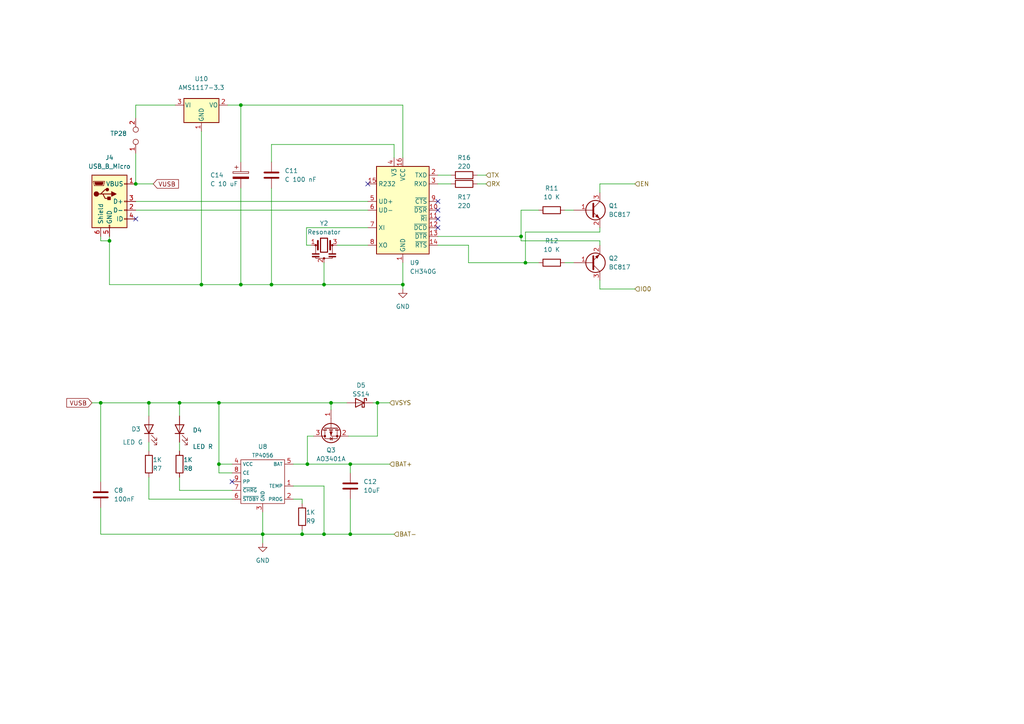
<source format=kicad_sch>
(kicad_sch (version 20230121) (generator eeschema)
  (paper "A4")
  (lib_symbols
    (symbol "Connector:TestPoint_2Pole" (pin_names (offset 0.762) hide)
      (property "Reference" "TP" (at 0 1.524 0))
      (property "Value" "TestPoint_2Pole" (at 0 -1.778 0))
      (symbol "TestPoint_2Pole_0_1"
        (circle (center -1.778 0) (radius 0.762))
        (circle (center 1.778 0) (radius 0.762))
        (pin passive line (at -5.08 0 0) (length 2.54) (name "1") (number "1"))
        (pin passive line (at 5.08 0 180) (length 2.54) (name "2") (number "2"))
      )
    )
    (symbol "Connector:USB_B_Micro" (pin_names (offset 1.016))
      (property "Reference" "J" (at -5.08 11.43 0))
      (property "Value" "USB_B_Micro" (at -5.08 8.89 0))
      (symbol "USB_B_Micro_0_1"
        (rectangle (start -5.08 -7.62) (end 5.08 7.62) (stroke (width 0.254)) (fill (type background)))
        (circle (center -3.81 2.159) (radius 0.635) (stroke (width 0.254)) (fill (type outline)))
        (circle (center -0.635 3.429) (radius 0.381) (stroke (width 0.254)) (fill (type outline)))
        (rectangle (start -0.127 -7.62) (end 0.127 -6.858))
        (polyline (pts (xy -1.905 2.159) (xy 0.635 2.159)) (stroke (width 0.254)))
        (polyline (pts (xy -3.175 2.159) (xy -2.54 2.159) (xy -1.27 3.429) (xy -0.635 3.429)) (stroke (width 0.254)))
        (polyline (pts (xy -2.54 2.159) (xy -1.905 2.159) (xy -1.27 0.889) (xy 0 0.889)) (stroke (width 0.254)))
        (polyline (pts (xy 0.635 2.794) (xy 0.635 1.524) (xy 1.905 2.159) (xy 0.635 2.794)) (stroke (width 0.254)) (fill (type outline)))
        (polyline (pts (xy -4.318 5.588) (xy -1.778 5.588) (xy -2.032 4.826) (xy -4.064 4.826) (xy -4.318 5.588)) (fill (type outline)))
        (polyline (pts (xy -4.699 5.842) (xy -4.699 5.588) (xy -4.445 4.826) (xy -4.445 4.572) (xy -1.651 4.572) (xy -1.651 4.826) (xy -1.397 5.588) (xy -1.397 5.842) (xy -4.699 5.842)))
        (rectangle (start 0.254 1.27) (end -0.508 0.508) (stroke (width 0.254)) (fill (type outline)))
        (rectangle (start 5.08 -5.207) (end 4.318 -4.953))
        (rectangle (start 5.08 -2.667) (end 4.318 -2.413))
        (rectangle (start 5.08 -0.127) (end 4.318 0.127))
        (rectangle (start 5.08 4.953) (end 4.318 5.207))
      )
      (symbol "USB_B_Micro_1_1"
        (pin power_out line (at 7.62 5.08 180) (length 2.54) (name "VBUS") (number "1"))
        (pin bidirectional line (at 7.62 -2.54 180) (length 2.54) (name "D-") (number "2"))
        (pin bidirectional line (at 7.62 0 180) (length 2.54) (name "D+") (number "3"))
        (pin passive line (at 7.62 -5.08 180) (length 2.54) (name "ID") (number "4"))
        (pin power_out line (at 0 -10.16 90) (length 2.54) (name "GND") (number "5"))
        (pin passive line (at -2.54 -10.16 90) (length 2.54) (name "Shield") (number "6"))
      )
    )
    (symbol "Device:C" (pin_numbers hide) (pin_names (offset 0.254))
      (property "Reference" "C" (at 0.635 2.54 0))
      (property "Value" "C" (at 0.635 -2.54 0))
      (symbol "C_0_1"
        (polyline (pts (xy -2.032 -0.762) (xy 2.032 -0.762)) (stroke (width 0.508)))
        (polyline (pts (xy -2.032 0.762) (xy 2.032 0.762)) (stroke (width 0.508)))
      )
      (symbol "C_1_1"
        (pin passive line (at 0 3.81 270) (length 2.794) (name "~") (number "1"))
        (pin passive line (at 0 -3.81 90) (length 2.794) (name "~") (number "2"))
      )
    )
    (symbol "Device:C_Polarized" (pin_numbers hide) (pin_names (offset 0.254))
      (property "Reference" "C" (at 0.635 2.54 0))
      (property "Value" "C_Polarized" (at 0.635 -2.54 0))
      (symbol "C_Polarized_0_1"
        (rectangle (start -2.286 0.508) (end 2.286 1.016))
        (polyline (pts (xy -1.778 2.286) (xy -0.762 2.286)))
        (polyline (pts (xy -1.27 2.794) (xy -1.27 1.778)))
        (rectangle (start 2.286 -0.508) (end -2.286 -1.016) (fill (type outline)))
      )
      (symbol "C_Polarized_1_1"
        (pin passive line (at 0 3.81 270) (length 2.794) (name "~") (number "1"))
        (pin passive line (at 0 -3.81 90) (length 2.794) (name "~") (number "2"))
      )
    )
    (symbol "Device:LED" (pin_numbers hide) (pin_names (offset 1.016) hide)
      (property "Reference" "D" (at 0 2.54 0))
      (property "Value" "LED" (at 0 -2.54 0))
      (symbol "LED_0_1"
        (polyline (pts (xy -1.27 -1.27) (xy -1.27 1.27)) (stroke (width 0.254)))
        (polyline (pts (xy -1.27 0) (xy 1.27 0)))
        (polyline (pts (xy 1.27 -1.27) (xy 1.27 1.27) (xy -1.27 0) (xy 1.27 -1.27)) (stroke (width 0.254)))
        (polyline (pts (xy -3.048 -0.762) (xy -4.572 -2.286) (xy -3.81 -2.286) (xy -4.572 -2.286) (xy -4.572 -1.524)))
        (polyline (pts (xy -1.778 -0.762) (xy -3.302 -2.286) (xy -2.54 -2.286) (xy -3.302 -2.286) (xy -3.302 -1.524)))
      )
      (symbol "LED_1_1"
        (pin passive line (at -3.81 0 0) (length 2.54) (name "K") (number "1"))
        (pin passive line (at 3.81 0 180) (length 2.54) (name "A") (number "2"))
      )
    )
    (symbol "Device:R" (pin_numbers hide) (pin_names (offset 0))
      (property "Reference" "R" (at 2.032 0 90))
      (property "Value" "R" (at 0 0 90))
      (symbol "R_0_1"
        (rectangle (start -1.016 -2.54) (end 1.016 2.54) (stroke (width 0.254)))
      )
      (symbol "R_1_1"
        (pin passive line (at 0 3.81 270) (length 1.27) (name "~") (number "1"))
        (pin passive line (at 0 -3.81 90) (length 1.27) (name "~") (number "2"))
      )
    )
    (symbol "Device:Resonator" (pin_names (offset 1.016) hide)
      (property "Reference" "Y" (at 0 5.715 0))
      (property "Value" "Resonator" (at 0 3.81 0))
      (symbol "Resonator_0_1"
        (rectangle (start -3.429 -3.175) (end -1.397 -3.429) (fill (type outline)))
        (rectangle (start -3.429 -2.413) (end -1.397 -2.667) (fill (type outline)))
        (circle (center -2.413 0) (radius 0.254) (fill (type outline)))
        (rectangle (start -1.016 2.032) (end 1.016 -2.032) (stroke (width 0.3048)))
        (circle (center 0 -3.81) (radius 0.254) (fill (type outline)))
        (polyline (pts (xy -2.413 -2.413) (xy -2.413 0)))
        (polyline (pts (xy -1.905 0) (xy -3.175 0)))
        (polyline (pts (xy -1.778 -1.27) (xy -1.778 1.27)) (stroke (width 0.508)))
        (polyline (pts (xy 1.778 -1.27) (xy 1.778 1.27)) (stroke (width 0.508)))
        (polyline (pts (xy 1.905 0) (xy 2.54 0)))
        (polyline (pts (xy 2.413 0) (xy 2.413 -2.54)))
        (polyline (pts (xy 2.413 -3.302) (xy 2.413 -3.81) (xy -2.413 -3.81) (xy -2.413 -3.302)))
        (rectangle (start 1.397 -3.175) (end 3.429 -3.429) (fill (type outline)))
        (rectangle (start 1.397 -2.413) (end 3.429 -2.667) (fill (type outline)))
        (circle (center 2.413 0) (radius 0.254) (fill (type outline)))
      )
      (symbol "Resonator_1_1"
        (pin passive line (at -3.81 0 0) (length 1.27) (name "1") (number "1"))
        (pin passive line (at 0 -5.08 90) (length 1.27) (name "2") (number "2"))
        (pin passive line (at 3.81 0 180) (length 1.27) (name "3") (number "3"))
      )
    )
    (symbol "Diode:1N5819" (pin_numbers hide) (pin_names (offset 1.016) hide)
      (property "Reference" "D" (at 0 2.54 0))
      (property "Value" "1N5819" (at 0 -2.54 0))
      (symbol "1N5819_0_1"
        (polyline (pts (xy 1.27 0) (xy -1.27 0)))
        (polyline (pts (xy 1.27 1.27) (xy 1.27 -1.27) (xy -1.27 0) (xy 1.27 1.27)) (stroke (width 0.254)))
        (polyline (pts (xy -1.905 0.635) (xy -1.905 1.27) (xy -1.27 1.27) (xy -1.27 -1.27) (xy -0.635 -1.27) (xy -0.635 -0.635)) (stroke (width 0.254)))
      )
      (symbol "1N5819_1_1"
        (pin passive line (at -3.81 0 0) (length 2.54) (name "K") (number "1"))
        (pin passive line (at 3.81 0 180) (length 2.54) (name "A") (number "2"))
      )
    )
    (symbol "Interface_USB:CH340G"
      (property "Reference" "U" (at -5.08 13.97 0))
      (property "Value" "CH340G" (at 1.27 13.97 0))
      (symbol "CH340G_0_1"
        (rectangle (start -7.62 12.7) (end 7.62 -12.7) (stroke (width 0.254)) (fill (type background)))
      )
      (symbol "CH340G_1_1"
        (pin power_in line (at 0 -15.24 90) (length 2.54) (name "GND") (number "1"))
        (pin input line (at 10.16 0 180) (length 2.54) (name "~{DSR}") (number "10"))
        (pin input line (at 10.16 -2.54 180) (length 2.54) (name "~{RI}") (number "11"))
        (pin input line (at 10.16 -5.08 180) (length 2.54) (name "~{DCD}") (number "12"))
        (pin output line (at 10.16 -7.62 180) (length 2.54) (name "~{DTR}") (number "13"))
        (pin output line (at 10.16 -10.16 180) (length 2.54) (name "~{RTS}") (number "14"))
        (pin input line (at -10.16 7.62 0) (length 2.54) (name "R232") (number "15"))
        (pin power_in line (at 0 15.24 270) (length 2.54) (name "VCC") (number "16"))
        (pin output line (at 10.16 10.16 180) (length 2.54) (name "TXD") (number "2"))
        (pin input line (at 10.16 7.62 180) (length 2.54) (name "RXD") (number "3"))
        (pin passive line (at -2.54 15.24 270) (length 2.54) (name "V3") (number "4"))
        (pin bidirectional line (at -10.16 2.54 0) (length 2.54) (name "UD+") (number "5"))
        (pin bidirectional line (at -10.16 0 0) (length 2.54) (name "UD-") (number "6"))
        (pin input line (at -10.16 -5.08 0) (length 2.54) (name "XI") (number "7"))
        (pin output line (at -10.16 -10.16 0) (length 2.54) (name "XO") (number "8"))
        (pin input line (at 10.16 2.54 180) (length 2.54) (name "~{CTS}") (number "9"))
      )
    )
    (symbol "Regulator_Linear:AMS1117-3.3" (pin_names (offset 0.254))
      (property "Reference" "U" (at -3.81 3.175 0))
      (property "Value" "AMS1117-3.3" (at 0 3.175 0))
      (symbol "AMS1117-3.3_0_1"
        (rectangle (start -5.08 -5.08) (end 5.08 1.905) (stroke (width 0.254)) (fill (type background)))
      )
      (symbol "AMS1117-3.3_1_1"
        (pin power_in line (at 0 -7.62 90) (length 2.54) (name "GND") (number "1"))
        (pin power_out line (at 7.62 0 180) (length 2.54) (name "VO") (number "2"))
        (pin power_in line (at -7.62 0 0) (length 2.54) (name "VI") (number "3"))
      )
    )
    (symbol "Transistor_BJT:BC817" (pin_names (offset 0) hide)
      (property "Reference" "Q" (at 5.08 1.905 0))
      (property "Value" "BC817" (at 5.08 0 0))
      (symbol "BC817_0_1"
        (polyline (pts (xy 0.635 0.635) (xy 2.54 2.54)))
        (polyline (pts (xy 0.635 -0.635) (xy 2.54 -2.54) (xy 2.54 -2.54)))
        (polyline (pts (xy 0.635 1.905) (xy 0.635 -1.905) (xy 0.635 -1.905)) (stroke (width 0.508)))
        (polyline (pts (xy 1.27 -1.778) (xy 1.778 -1.27) (xy 2.286 -2.286) (xy 1.27 -1.778) (xy 1.27 -1.778)) (fill (type outline)))
        (circle (center 1.27 0) (radius 2.8194) (stroke (width 0.254)))
      )
      (symbol "BC817_1_1"
        (pin input line (at -5.08 0 0) (length 5.715) (name "B") (number "1"))
        (pin passive line (at 2.54 -5.08 90) (length 2.54) (name "E") (number "2"))
        (pin passive line (at 2.54 5.08 270) (length 2.54) (name "C") (number "3"))
      )
    )
    (symbol "Transistor_FET:AO3401A" (pin_names hide)
      (property "Reference" "Q" (at 5.08 1.905 0))
      (property "Value" "AO3401A" (at 5.08 0 0))
      (symbol "AO3401A_0_1"
        (polyline (pts (xy 0.254 0) (xy -2.54 0)))
        (polyline (pts (xy 0.254 1.905) (xy 0.254 -1.905)) (stroke (width 0.254)))
        (polyline (pts (xy 0.762 -1.27) (xy 0.762 -2.286)) (stroke (width 0.254)))
        (polyline (pts (xy 0.762 0.508) (xy 0.762 -0.508)) (stroke (width 0.254)))
        (polyline (pts (xy 0.762 2.286) (xy 0.762 1.27)) (stroke (width 0.254)))
        (polyline (pts (xy 2.54 2.54) (xy 2.54 1.778)))
        (polyline (pts (xy 2.54 -2.54) (xy 2.54 0) (xy 0.762 0)))
        (polyline (pts (xy 0.762 1.778) (xy 3.302 1.778) (xy 3.302 -1.778) (xy 0.762 -1.778)))
        (polyline (pts (xy 2.286 0) (xy 1.27 0.381) (xy 1.27 -0.381) (xy 2.286 0)) (fill (type outline)))
        (polyline (pts (xy 2.794 -0.508) (xy 2.921 -0.381) (xy 3.683 -0.381) (xy 3.81 -0.254)))
        (polyline (pts (xy 3.302 -0.381) (xy 2.921 0.254) (xy 3.683 0.254) (xy 3.302 -0.381)))
        (circle (center 1.651 0) (radius 2.794) (stroke (width 0.254)))
        (circle (center 2.54 -1.778) (radius 0.254) (fill (type outline)))
        (circle (center 2.54 1.778) (radius 0.254) (fill (type outline)))
      )
      (symbol "AO3401A_1_1"
        (pin input line (at -5.08 0 0) (length 2.54) (name "G") (number "1"))
        (pin passive line (at 2.54 -5.08 90) (length 2.54) (name "S") (number "2"))
        (pin passive line (at 2.54 5.08 270) (length 2.54) (name "D") (number "3"))
      )
    )
    (symbol "power:GND" (power) (pin_names (offset 0))
      (property "Value" "GND" (at 0 -3.81 0))
      (symbol "GND_0_1"
        (polyline (pts (xy 0 0) (xy 0 -1.27) (xy 1.27 -1.27) (xy 0 -2.54) (xy -1.27 -1.27) (xy 0 -1.27)))
      )
      (symbol "GND_1_1"
        (pin power_in line (at 0 0 270) (length 0) hide (name "GND") (number "1"))
      )
    )
    (symbol "tp4056:TP4056"
      (property "Reference" "U" (at 1.27 13.97 0))
      (property "Value" "TP4056" (at 8.89 13.97 0))
      (symbol "TP4056_0_1"
        (rectangle (start 0 12.7) (end 12.7 0))
      )
      (symbol "TP4056_1_1"
        (pin input line (at 15.24 5.08 180) (length 2.54) (name "TEMP") (number "1"))
        (pin input line (at 15.24 1.27 180) (length 2.54) (name "PROG") (number "2"))
        (pin input line (at 6.35 -2.54 90) (length 2.54) (name "GND") (number "3"))
        (pin input line (at -2.54 11.43 0) (length 2.54) (name "VCC") (number "4"))
        (pin input line (at 15.24 11.43 180) (length 2.54) (name "BAT") (number "5"))
        (pin input line (at -2.54 1.27 0) (length 2.54) (name "~{STDBY}") (number "6"))
        (pin input line (at -2.54 3.81 0) (length 2.54) (name "~{CHRG}") (number "7"))
        (pin input line (at -2.54 8.89 0) (length 2.54) (name "CE") (number "8"))
        (pin input line (at -2.54 6.35 0) (length 2.54) (name "PP") (number "9"))
      )
    )
  )
  (junction (at 101.6 134.62))
  (junction (at 52.07 116.84))
  (junction (at 152.4 76.2))
  (junction (at 116.84 82.55))
  (junction (at 43.18 116.84))
  (junction (at 63.5 134.62))
  (junction (at 96.012 116.84))
  (junction (at 78.74 82.55))
  (junction (at 69.85 30.48))
  (junction (at 87.63 154.94))
  (junction (at 31.75 69.85))
  (junction (at 109.474 116.84))
  (junction (at 29.21 116.84))
  (junction (at 39.37 53.34))
  (junction (at 101.6 154.94))
  (junction (at 93.98 154.94))
  (junction (at 69.85 82.55))
  (junction (at 63.5 116.84))
  (junction (at 93.98 82.55))
  (junction (at 151.13 68.58))
  (junction (at 76.2 154.94))
  (junction (at 89.154 134.62))
  (junction (at 58.42 82.55))
  (no_connect (at 127 63.5))
  (no_connect (at 127 58.42))
  (no_connect (at 127 66.04))
  (no_connect (at 127 60.96))
  (no_connect (at 67.31 139.7))
  (no_connect (at 39.37 63.5))
  (no_connect (at 106.68 53.34))
  (wire (pts (xy 63.5 116.84) (xy 96.012 116.84)))
  (wire (pts (xy 138.43 53.34) (xy 140.97 53.34)))
  (wire (pts (xy 101.6 144.78) (xy 101.6 154.94)))
  (wire (pts (xy 58.42 38.1) (xy 58.42 82.55)))
  (wire (pts (xy 52.07 142.24) (xy 67.31 142.24)))
  (wire (pts (xy 163.83 60.96) (xy 166.37 60.96)))
  (wire (pts (xy 163.83 76.2) (xy 166.37 76.2)))
  (wire (pts (xy 26.67 116.84) (xy 29.21 116.84)))
  (wire (pts (xy 31.75 82.55) (xy 58.42 82.55)))
  (wire (pts (xy 85.09 140.97) (xy 93.98 140.97)))
  (wire (pts (xy 96.012 116.84) (xy 96.012 118.872)))
  (wire (pts (xy 101.6 154.94) (xy 93.98 154.94)))
  (wire (pts (xy 173.99 55.88) (xy 173.99 53.34)))
  (wire (pts (xy 116.84 76.2) (xy 116.84 82.55)))
  (wire (pts (xy 173.99 53.34) (xy 184.15 53.34)))
  (wire (pts (xy 78.74 41.91) (xy 78.74 46.99)))
  (wire (pts (xy 69.85 82.55) (xy 78.74 82.55)))
  (wire (pts (xy 113.03 134.62) (xy 101.6 134.62)))
  (wire (pts (xy 63.5 116.84) (xy 63.5 134.62)))
  (wire (pts (xy 87.63 144.78) (xy 87.63 146.05)))
  (wire (pts (xy 109.474 116.84) (xy 113.03 116.84)))
  (wire (pts (xy 88.9 66.04) (xy 88.9 71.12)))
  (wire (pts (xy 152.4 76.2) (xy 152.4 67.31)))
  (wire (pts (xy 151.13 60.96) (xy 156.21 60.96)))
  (wire (pts (xy 116.84 82.55) (xy 116.84 83.82)))
  (wire (pts (xy 43.18 116.84) (xy 52.07 116.84)))
  (wire (pts (xy 109.474 116.84) (xy 109.474 126.492)))
  (wire (pts (xy 39.37 58.42) (xy 106.68 58.42)))
  (wire (pts (xy 89.154 126.492) (xy 90.932 126.492)))
  (wire (pts (xy 52.07 128.27) (xy 52.07 130.81)))
  (wire (pts (xy 63.5 134.62) (xy 67.31 134.62)))
  (wire (pts (xy 31.75 68.58) (xy 31.75 69.85)))
  (wire (pts (xy 151.13 69.85) (xy 173.99 69.85)))
  (wire (pts (xy 88.9 71.12) (xy 90.17 71.12)))
  (wire (pts (xy 135.89 76.2) (xy 152.4 76.2)))
  (wire (pts (xy 76.2 154.94) (xy 76.2 157.48)))
  (wire (pts (xy 39.37 60.96) (xy 106.68 60.96)))
  (wire (pts (xy 52.07 138.43) (xy 52.07 142.24)))
  (wire (pts (xy 63.5 137.16) (xy 63.5 134.62)))
  (wire (pts (xy 69.85 30.48) (xy 116.84 30.48)))
  (wire (pts (xy 108.204 116.84) (xy 109.474 116.84)))
  (wire (pts (xy 152.4 67.31) (xy 173.99 67.31)))
  (wire (pts (xy 101.6 154.94) (xy 114.3 154.94)))
  (wire (pts (xy 78.74 82.55) (xy 93.98 82.55)))
  (wire (pts (xy 87.63 154.94) (xy 93.98 154.94)))
  (wire (pts (xy 58.42 82.55) (xy 69.85 82.55)))
  (wire (pts (xy 97.79 71.12) (xy 106.68 71.12)))
  (wire (pts (xy 29.21 69.85) (xy 31.75 69.85)))
  (wire (pts (xy 63.5 137.16) (xy 67.31 137.16)))
  (wire (pts (xy 29.21 116.84) (xy 43.18 116.84)))
  (wire (pts (xy 93.98 76.2) (xy 93.98 82.55)))
  (wire (pts (xy 85.09 134.62) (xy 89.154 134.62)))
  (wire (pts (xy 89.154 126.492) (xy 89.154 134.62)))
  (wire (pts (xy 173.99 83.82) (xy 184.15 83.82)))
  (wire (pts (xy 39.37 44.45) (xy 39.37 53.34)))
  (wire (pts (xy 85.09 144.78) (xy 87.63 144.78)))
  (wire (pts (xy 29.21 116.84) (xy 29.21 139.7)))
  (wire (pts (xy 151.13 68.58) (xy 151.13 69.85)))
  (wire (pts (xy 31.75 69.85) (xy 31.75 82.55)))
  (wire (pts (xy 93.98 82.55) (xy 116.84 82.55)))
  (wire (pts (xy 29.21 147.32) (xy 29.21 154.94)))
  (wire (pts (xy 88.9 66.04) (xy 106.68 66.04)))
  (wire (pts (xy 127 53.34) (xy 130.81 53.34)))
  (wire (pts (xy 39.37 53.34) (xy 44.45 53.34)))
  (wire (pts (xy 29.21 68.58) (xy 29.21 69.85)))
  (wire (pts (xy 151.13 68.58) (xy 151.13 60.96)))
  (wire (pts (xy 89.154 134.62) (xy 101.6 134.62)))
  (wire (pts (xy 43.18 128.27) (xy 43.18 130.81)))
  (wire (pts (xy 76.2 148.59) (xy 76.2 154.94)))
  (wire (pts (xy 76.2 154.94) (xy 87.63 154.94)))
  (wire (pts (xy 43.18 144.78) (xy 67.31 144.78)))
  (wire (pts (xy 52.07 116.84) (xy 52.07 120.65)))
  (wire (pts (xy 29.21 154.94) (xy 76.2 154.94)))
  (wire (pts (xy 173.99 66.04) (xy 173.99 67.31)))
  (wire (pts (xy 93.98 140.97) (xy 93.98 154.94)))
  (wire (pts (xy 173.99 81.28) (xy 173.99 83.82)))
  (wire (pts (xy 138.43 50.8) (xy 140.97 50.8)))
  (wire (pts (xy 43.18 138.43) (xy 43.18 144.78)))
  (wire (pts (xy 78.74 54.61) (xy 78.74 82.55)))
  (wire (pts (xy 69.85 54.61) (xy 69.85 82.55)))
  (wire (pts (xy 87.63 153.67) (xy 87.63 154.94)))
  (wire (pts (xy 116.84 30.48) (xy 116.84 45.72)))
  (wire (pts (xy 173.99 69.85) (xy 173.99 71.12)))
  (wire (pts (xy 100.584 116.84) (xy 96.012 116.84)))
  (wire (pts (xy 101.6 134.62) (xy 101.6 137.16)))
  (wire (pts (xy 66.04 30.48) (xy 69.85 30.48)))
  (wire (pts (xy 135.89 71.12) (xy 135.89 76.2)))
  (wire (pts (xy 101.092 126.492) (xy 109.474 126.492)))
  (wire (pts (xy 69.85 30.48) (xy 69.85 46.99)))
  (wire (pts (xy 39.37 30.48) (xy 39.37 34.29)))
  (wire (pts (xy 78.74 41.91) (xy 114.3 41.91)))
  (wire (pts (xy 127 50.8) (xy 130.81 50.8)))
  (wire (pts (xy 127 71.12) (xy 135.89 71.12)))
  (wire (pts (xy 43.18 116.84) (xy 43.18 120.65)))
  (wire (pts (xy 114.3 41.91) (xy 114.3 45.72)))
  (wire (pts (xy 50.8 30.48) (xy 39.37 30.48)))
  (wire (pts (xy 127 68.58) (xy 151.13 68.58)))
  (wire (pts (xy 63.5 116.84) (xy 52.07 116.84)))
  (wire (pts (xy 152.4 76.2) (xy 156.21 76.2)))
  (global_label "VUSB" (shape input) (at 44.45 53.34 0) (property "Intersheetrefs" "${INTERSHEET_REFS}" (effects hide)))
  (global_label "VUSB" (shape input) (at 26.67 116.84 180) (property "Intersheetrefs" "${INTERSHEET_REFS}" (effects hide)))
  (hierarchical_label "BAT-" (shape input) (at 114.3 154.94 0))
  (hierarchical_label "BAT+" (shape input) (at 113.03 134.62 0))
  (hierarchical_label "RX" (shape input) (at 140.97 53.34 0))
  (hierarchical_label "EN" (shape input) (at 184.15 53.34 0))
  (hierarchical_label "VSYS" (shape input) (at 113.03 116.84 0))
  (hierarchical_label "IO0" (shape input) (at 184.15 83.82 0))
  (hierarchical_label "TX" (shape input) (at 140.97 50.8 0))
  (symbol (lib_id "power:GND") (at 116.84 83.82 0) (unit 1)
    (property "Reference" "#PWR0110" (effects hide))
    (property "Value" "GND" (at 116.84 88.9 0))
  )
  (symbol (lib_id "Transistor_BJT:BC817") (at 171.45 76.2 0) (mirror x) (unit 1)
    (property "Reference" "Q2" (at 176.53 74.9299 0) (effects (justify left)))
    (property "Value" "BC817" (at 176.53 77.4699 0) (effects (justify left)))
    (property "Footprint" "Package_TO_SOT_SMD:SOT-23" (effects hide))
    (property "Datasheet" "https://www.onsemi.com/pub/Collateral/BC818-D.pdf" (effects hide))
  )
  (symbol (lib_id "tp4056:TP4056") (at 69.85 146.05 0) (unit 1)
    (property "Reference" "U8" (at 76.2 129.54 0))
    (property "Value" "TP4056" (at 76.2 132.08 0) (effects (font (size 1.1 1.1))))
    (property "Footprint" "Package_SO:SOIC-8-1EP_3.9x4.9mm_P1.27mm_EP2.29x3mm" (effects hide))
  )
  (symbol (lib_id "Transistor_BJT:BC817") (at 171.45 60.96 0) (unit 1)
    (property "Reference" "Q1" (at 176.53 59.6899 0) (effects (justify left)))
    (property "Value" "BC817" (at 176.53 62.2299 0) (effects (justify left)))
    (property "Footprint" "Package_TO_SOT_SMD:SOT-23" (effects hide))
    (property "Datasheet" "https://www.onsemi.com/pub/Collateral/BC818-D.pdf" (effects hide))
  )
  (symbol (lib_id "Device:R") (at 134.62 50.8 90) (unit 1)
    (property "Reference" "R16" (at 134.62 45.72 90))
    (property "Value" "220" (at 134.62 48.26 90))
    (property "Footprint" "Resistor_SMD:R_0603_1608Metric_Pad0.98x0.95mm_HandSolder" (effects hide))
  )
  (symbol (lib_id "Device:R") (at 160.02 60.96 90) (unit 1)
    (property "Reference" "R11" (at 160.02 54.61 90))
    (property "Value" "10 K" (at 160.02 57.15 90))
    (property "Footprint" "Resistor_SMD:R_0603_1608Metric_Pad0.98x0.95mm_HandSolder" (effects hide))
  )
  (symbol (lib_id "Interface_USB:CH340G") (at 116.84 60.96 0) (unit 1)
    (property "Reference" "U9" (at 118.8594 76.2 0) (effects (justify left)))
    (property "Value" "CH340G" (at 118.8594 78.74 0) (effects (justify left)))
    (property "Footprint" "Package_SO:SOIC-16_3.9x9.9mm_P1.27mm" (effects hide))
    (property "Datasheet" "http://www.datasheet5.com/pdf-local-2195953" (effects hide))
  )
  (symbol (lib_id "Device:R") (at 87.63 149.86 180) (unit 1)
    (property "Reference" "R9" (at 91.44 151.13 0) (effects (justify left)))
    (property "Value" "1K" (at 91.44 148.59 0) (effects (justify left)))
    (property "Footprint" "Resistor_SMD:R_0603_1608Metric_Pad0.98x0.95mm_HandSolder" (effects hide))
  )
  (symbol (lib_id "Diode:1N5819") (at 104.394 116.84 0) (mirror y) (unit 1)
    (property "Reference" "D5" (at 104.7115 111.76 0))
    (property "Value" "SS14" (at 104.7115 114.3 0))
    (property "Footprint" "Diode_SMD:D_SMA_Handsoldering" (effects hide))
    (property "Datasheet" "http://www.vishay.com/docs/88525/1n5817.pdf" (effects hide))
  )
  (symbol (lib_id "Device:R") (at 52.07 134.62 180) (unit 1)
    (property "Reference" "R8" (at 55.88 135.89 0) (effects (justify left)))
    (property "Value" "1K" (at 55.88 133.35 0) (effects (justify left)))
    (property "Footprint" "Resistor_SMD:R_0603_1608Metric_Pad0.98x0.95mm_HandSolder" (effects hide))
  )
  (symbol (lib_id "Connector:TestPoint_2Pole") (at 39.37 39.37 270) (mirror x) (unit 1)
    (property "Reference" "TP28" (at 36.83 38.735 90) (effects (justify right)))
    (property "Value" "TestPoint_2Pole" (effects hide))
    (property "Footprint" "TestPoint:TestPoint_2Pads_Pitch2.54mm_Drill0.8mm" (effects hide))
  )
  (symbol (lib_id "Device:C") (at 29.21 143.51 0) (unit 1)
    (property "Reference" "C8" (at 33.02 142.2399 0) (effects (justify left)))
    (property "Value" "100nF" (at 33.02 144.7799 0) (effects (justify left)))
    (property "Footprint" "Capacitor_SMD:C_0603_1608Metric_Pad1.08x0.95mm_HandSolder" (effects hide))
  )
  (symbol (lib_id "Regulator_Linear:AMS1117-3.3") (at 58.42 30.48 0) (unit 1)
    (property "Reference" "U10" (at 58.42 22.86 0))
    (property "Value" "AMS1117-3.3" (at 58.42 25.4 0))
    (property "Footprint" "Package_TO_SOT_SMD:SOT-223-3_TabPin2" (effects hide))
    (property "Datasheet" "http://www.advanced-monolithic.com/pdf/ds1117.pdf" (effects hide))
  )
  (symbol (lib_id "Transistor_FET:AO3401A") (at 96.012 123.952 90) (mirror x) (unit 1)
    (property "Reference" "Q3" (at 96.012 130.556 90))
    (property "Value" "AO3401A" (at 96.012 133.096 90))
    (property "Footprint" "Package_TO_SOT_SMD:SOT-23" (effects hide))
    (property "Datasheet" "http://www.aosmd.com/pdfs/datasheet/AO3401A.pdf" (effects hide))
  )
  (symbol (lib_id "Device:LED") (at 43.18 124.46 90) (unit 1)
    (property "Reference" "D3" (at 38.1 124.46 90) (effects (justify right)))
    (property "Value" "LED G" (at 35.56 128.27 90) (effects (justify right)))
    (property "Footprint" "LED_THT:LED_D3.0mm_Clear" (effects hide))
  )
  (symbol (lib_id "Device:LED") (at 52.07 124.46 90) (unit 1)
    (property "Reference" "D4" (at 55.88 124.7774 90) (effects (justify right)))
    (property "Value" "LED R" (at 55.88 129.54 90) (effects (justify right)))
    (property "Footprint" "LED_THT:LED_D3.0mm_Clear" (effects hide))
  )
  (symbol (lib_id "Device:C_Polarized") (at 69.85 50.8 0) (unit 1)
    (property "Reference" "C14" (at 60.96 50.8 0) (effects (justify left)))
    (property "Value" "C 10 uF" (at 60.96 53.34 0) (effects (justify left)))
    (property "Footprint" "Capacitor_SMD:C_0603_1608Metric_Pad1.08x0.95mm_HandSolder" (effects hide))
  )
  (symbol (lib_id "Device:R") (at 134.62 53.34 90) (unit 1)
    (property "Reference" "R17" (at 134.62 57.15 90))
    (property "Value" "220" (at 134.62 59.69 90))
    (property "Footprint" "Resistor_SMD:R_0603_1608Metric_Pad0.98x0.95mm_HandSolder" (effects hide))
  )
  (symbol (lib_id "Device:C") (at 78.74 50.8 0) (unit 1)
    (property "Reference" "C11" (at 82.55 49.5299 0) (effects (justify left)))
    (property "Value" "C 100 nF" (at 82.55 52.0699 0) (effects (justify left)))
    (property "Footprint" "Capacitor_SMD:C_0603_1608Metric_Pad1.08x0.95mm_HandSolder" (effects hide))
  )
  (symbol (lib_id "Device:R") (at 160.02 76.2 90) (unit 1)
    (property "Reference" "R12" (at 160.02 69.85 90))
    (property "Value" "10 K" (at 160.02 72.39 90))
    (property "Footprint" "Resistor_SMD:R_0603_1608Metric_Pad0.98x0.95mm_HandSolder" (effects hide))
  )
  (symbol (lib_id "Device:Resonator") (at 93.98 71.12 0) (unit 1)
    (property "Reference" "Y2" (at 93.98 64.77 0))
    (property "Value" "Resonator" (at 93.98 67.31 0))
    (property "Footprint" "Crystal:Resonator_SMD_Murata_CSTxExxV-3Pin_3.0x1.1mm_HandSoldering" (effects hide))
  )
  (symbol (lib_id "Device:R") (at 43.18 134.62 180) (unit 1)
    (property "Reference" "R7" (at 46.99 135.89 0) (effects (justify left)))
    (property "Value" "1K" (at 46.99 133.35 0) (effects (justify left)))
    (property "Footprint" "Resistor_SMD:R_0603_1608Metric_Pad0.98x0.95mm_HandSolder" (effects hide))
  )
  (symbol (lib_id "Connector:USB_B_Micro") (at 31.75 58.42 0) (unit 1)
    (property "Reference" "J4" (at 31.75 45.72 0))
    (property "Value" "USB_B_Micro" (at 31.75 48.26 0))
    (property "Footprint" "Connector_USB:USB_Micro-B_Molex-105017-0001" (effects hide))
  )
  (symbol (lib_id "power:GND") (at 76.2 157.48 0) (unit 1)
    (property "Reference" "#PWR0111" (effects hide))
    (property "Value" "GND" (at 76.2 162.56 0))
  )
  (symbol (lib_id "Device:C") (at 101.6 140.97 0) (unit 1)
    (property "Reference" "C12" (at 105.41 139.6999 0) (effects (justify left)))
    (property "Value" "10uF" (at 105.41 142.2399 0) (effects (justify left)))
    (property "Footprint" "Capacitor_SMD:C_0603_1608Metric_Pad1.08x0.95mm_HandSolder" (effects hide))
  )
)
</source>
